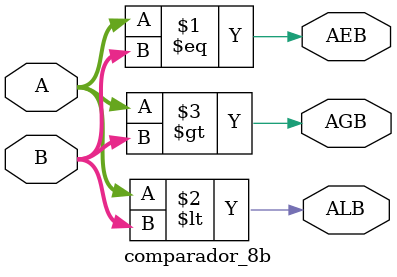
<source format=v>
/* -----------------------------------------------------------------
 *  Arquivo   : comparador_8b.v
 *  Projeto   : Polilock
 * -----------------------------------------------------------------
 * Descricao : comparador magnitude de 8 bits
 * -----------------------------------------------------------------
 * Revisoes  :
 *     Data        Versao  Autor             Descricao
 *     10/03/2024  1.0     Vitor Sasaki      criacao
 * -----------------------------------------------------------------
 */

module comparador_8b (
    input [7:0] A,
    input [7:0] B,
    output AEB,
    output ALB,
    output AGB
);

    assign AEB = A == B;
    assign ALB = A < B;
    assign AGB = A > B;

endmodule
</source>
